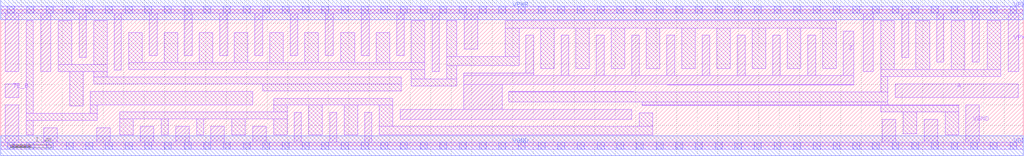
<source format=lef>
# Copyright 2020 The SkyWater PDK Authors
#
# Licensed under the Apache License, Version 2.0 (the "License");
# you may not use this file except in compliance with the License.
# You may obtain a copy of the License at
#
#     https://www.apache.org/licenses/LICENSE-2.0
#
# Unless required by applicable law or agreed to in writing, software
# distributed under the License is distributed on an "AS IS" BASIS,
# WITHOUT WARRANTIES OR CONDITIONS OF ANY KIND, either express or implied.
# See the License for the specific language governing permissions and
# limitations under the License.
#
# SPDX-License-Identifier: Apache-2.0

VERSION 5.7 ;
  NAMESCASESENSITIVE ON ;
  NOWIREEXTENSIONATPIN ON ;
  DIVIDERCHAR "/" ;
  BUSBITCHARS "[]" ;
UNITS
  DATABASE MICRONS 200 ;
END UNITS
MACRO sky130_fd_sc_lp__busdriver2_20
  CLASS CORE ;
  SOURCE USER ;
  FOREIGN sky130_fd_sc_lp__busdriver2_20 ;
  ORIGIN  0.000000  0.000000 ;
  SIZE  24.96000 BY  3.330000 ;
  SYMMETRY X Y ;
  SITE unit ;
  PIN A
    ANTENNAGATEAREA  2.016000 ;
    USE SIGNAL ;
    PORT
      LAYER li1 ;
        RECT 21.830000 1.180000 24.835000 1.515000 ;
    END
  END A
  PIN TE_B
    ANTENNAGATEAREA  0.630000 ;
    USE SIGNAL ;
    PORT
      LAYER li1 ;
        RECT 0.115000 1.180000 0.445000 1.515000 ;
    END
  END TE_B
  PIN Z
    ANTENNADIFFAREA  5.250200 ;
    USE SIGNAL ;
    PORT
      LAYER li1 ;
        RECT  9.750000 0.645000 15.400000 0.895000 ;
        RECT 11.305000 0.895000 12.235000 1.505000 ;
        RECT 11.305000 1.505000 20.820000 1.725000 ;
        RECT 11.305000 1.725000 13.010000 1.780000 ;
        RECT 12.820000 1.780000 13.010000 2.715000 ;
        RECT 13.680000 1.725000 13.870000 2.715000 ;
        RECT 14.540000 1.725000 14.730000 2.715000 ;
        RECT 15.400000 1.725000 15.590000 2.715000 ;
        RECT 16.260000 1.725000 16.450000 2.715000 ;
        RECT 16.270000 1.495000 20.820000 1.505000 ;
        RECT 17.120000 1.725000 17.310000 2.715000 ;
        RECT 17.980000 1.725000 18.170000 2.715000 ;
        RECT 18.840000 1.725000 19.030000 2.715000 ;
        RECT 19.700000 1.725000 19.890000 2.715000 ;
        RECT 20.570000 1.725000 20.820000 2.805000 ;
    END
  END Z
  PIN VGND
    DIRECTION INOUT ;
    USE GROUND ;
    PORT
      LAYER li1 ;
        RECT  0.000000 -0.085000 24.960000 0.085000 ;
        RECT  0.115000  0.085000  0.445000 1.000000 ;
        RECT  1.055000  0.085000  1.385000 0.445000 ;
        RECT  2.340000  0.085000  2.670000 0.445000 ;
        RECT  3.410000  0.085000  3.740000 0.475000 ;
        RECT  4.270000  0.085000  4.600000 0.475000 ;
        RECT  5.130000  0.085000  5.460000 0.475000 ;
        RECT  6.150000  0.085000  6.480000 0.475000 ;
        RECT  7.170000  0.085000  7.340000 0.815000 ;
        RECT  8.030000  0.085000  8.200000 0.815000 ;
        RECT  8.890000  0.085000  9.060000 0.815000 ;
        RECT 21.520000  0.085000 21.850000 0.650000 ;
        RECT 22.540000  0.085000 22.870000 0.650000 ;
        RECT 23.560000  0.085000 23.890000 1.000000 ;
      LAYER mcon ;
        RECT  0.155000 -0.085000  0.325000 0.085000 ;
        RECT  0.635000 -0.085000  0.805000 0.085000 ;
        RECT  1.115000 -0.085000  1.285000 0.085000 ;
        RECT  1.595000 -0.085000  1.765000 0.085000 ;
        RECT  2.075000 -0.085000  2.245000 0.085000 ;
        RECT  2.555000 -0.085000  2.725000 0.085000 ;
        RECT  3.035000 -0.085000  3.205000 0.085000 ;
        RECT  3.515000 -0.085000  3.685000 0.085000 ;
        RECT  3.995000 -0.085000  4.165000 0.085000 ;
        RECT  4.475000 -0.085000  4.645000 0.085000 ;
        RECT  4.955000 -0.085000  5.125000 0.085000 ;
        RECT  5.435000 -0.085000  5.605000 0.085000 ;
        RECT  5.915000 -0.085000  6.085000 0.085000 ;
        RECT  6.395000 -0.085000  6.565000 0.085000 ;
        RECT  6.875000 -0.085000  7.045000 0.085000 ;
        RECT  7.355000 -0.085000  7.525000 0.085000 ;
        RECT  7.835000 -0.085000  8.005000 0.085000 ;
        RECT  8.315000 -0.085000  8.485000 0.085000 ;
        RECT  8.795000 -0.085000  8.965000 0.085000 ;
        RECT  9.275000 -0.085000  9.445000 0.085000 ;
        RECT  9.755000 -0.085000  9.925000 0.085000 ;
        RECT 10.235000 -0.085000 10.405000 0.085000 ;
        RECT 10.715000 -0.085000 10.885000 0.085000 ;
        RECT 11.195000 -0.085000 11.365000 0.085000 ;
        RECT 11.675000 -0.085000 11.845000 0.085000 ;
        RECT 12.155000 -0.085000 12.325000 0.085000 ;
        RECT 12.635000 -0.085000 12.805000 0.085000 ;
        RECT 13.115000 -0.085000 13.285000 0.085000 ;
        RECT 13.595000 -0.085000 13.765000 0.085000 ;
        RECT 14.075000 -0.085000 14.245000 0.085000 ;
        RECT 14.555000 -0.085000 14.725000 0.085000 ;
        RECT 15.035000 -0.085000 15.205000 0.085000 ;
        RECT 15.515000 -0.085000 15.685000 0.085000 ;
        RECT 15.995000 -0.085000 16.165000 0.085000 ;
        RECT 16.475000 -0.085000 16.645000 0.085000 ;
        RECT 16.955000 -0.085000 17.125000 0.085000 ;
        RECT 17.435000 -0.085000 17.605000 0.085000 ;
        RECT 17.915000 -0.085000 18.085000 0.085000 ;
        RECT 18.395000 -0.085000 18.565000 0.085000 ;
        RECT 18.875000 -0.085000 19.045000 0.085000 ;
        RECT 19.355000 -0.085000 19.525000 0.085000 ;
        RECT 19.835000 -0.085000 20.005000 0.085000 ;
        RECT 20.315000 -0.085000 20.485000 0.085000 ;
        RECT 20.795000 -0.085000 20.965000 0.085000 ;
        RECT 21.275000 -0.085000 21.445000 0.085000 ;
        RECT 21.755000 -0.085000 21.925000 0.085000 ;
        RECT 22.235000 -0.085000 22.405000 0.085000 ;
        RECT 22.715000 -0.085000 22.885000 0.085000 ;
        RECT 23.195000 -0.085000 23.365000 0.085000 ;
        RECT 23.675000 -0.085000 23.845000 0.085000 ;
        RECT 24.155000 -0.085000 24.325000 0.085000 ;
        RECT 24.635000 -0.085000 24.805000 0.085000 ;
      LAYER met1 ;
        RECT 0.000000 -0.245000 24.960000 0.245000 ;
    END
  END VGND
  PIN VPWR
    DIRECTION INOUT ;
    USE POWER ;
    PORT
      LAYER li1 ;
        RECT  0.000000 3.245000 24.960000 3.415000 ;
        RECT  0.115000 1.815000  0.445000 3.245000 ;
        RECT  0.975000 1.815000  1.225000 3.245000 ;
        RECT  1.915000 2.165000  2.085000 3.245000 ;
        RECT  2.775000 1.855000  2.945000 3.245000 ;
        RECT  3.625000 2.205000  3.815000 3.245000 ;
        RECT  4.485000 2.205000  4.675000 3.245000 ;
        RECT  5.345000 2.205000  5.535000 3.245000 ;
        RECT  6.205000 2.205000  6.395000 3.245000 ;
        RECT  7.065000 2.205000  7.255000 3.245000 ;
        RECT  7.925000 2.205000  8.115000 3.245000 ;
        RECT  8.805000 2.205000  8.995000 3.245000 ;
        RECT  9.665000 2.205000  9.855000 3.245000 ;
        RECT 10.535000 1.815000 10.705000 3.245000 ;
        RECT 11.315000 2.365000 11.645000 3.245000 ;
        RECT 21.050000 1.815000 21.300000 3.245000 ;
        RECT 21.990000 2.165000 22.160000 3.245000 ;
        RECT 22.850000 2.045000 23.020000 3.245000 ;
        RECT 23.710000 2.045000 23.880000 3.245000 ;
        RECT 24.595000 1.815000 24.845000 3.245000 ;
      LAYER mcon ;
        RECT  0.155000 3.245000  0.325000 3.415000 ;
        RECT  0.635000 3.245000  0.805000 3.415000 ;
        RECT  1.115000 3.245000  1.285000 3.415000 ;
        RECT  1.595000 3.245000  1.765000 3.415000 ;
        RECT  2.075000 3.245000  2.245000 3.415000 ;
        RECT  2.555000 3.245000  2.725000 3.415000 ;
        RECT  3.035000 3.245000  3.205000 3.415000 ;
        RECT  3.515000 3.245000  3.685000 3.415000 ;
        RECT  3.995000 3.245000  4.165000 3.415000 ;
        RECT  4.475000 3.245000  4.645000 3.415000 ;
        RECT  4.955000 3.245000  5.125000 3.415000 ;
        RECT  5.435000 3.245000  5.605000 3.415000 ;
        RECT  5.915000 3.245000  6.085000 3.415000 ;
        RECT  6.395000 3.245000  6.565000 3.415000 ;
        RECT  6.875000 3.245000  7.045000 3.415000 ;
        RECT  7.355000 3.245000  7.525000 3.415000 ;
        RECT  7.835000 3.245000  8.005000 3.415000 ;
        RECT  8.315000 3.245000  8.485000 3.415000 ;
        RECT  8.795000 3.245000  8.965000 3.415000 ;
        RECT  9.275000 3.245000  9.445000 3.415000 ;
        RECT  9.755000 3.245000  9.925000 3.415000 ;
        RECT 10.235000 3.245000 10.405000 3.415000 ;
        RECT 10.715000 3.245000 10.885000 3.415000 ;
        RECT 11.195000 3.245000 11.365000 3.415000 ;
        RECT 11.675000 3.245000 11.845000 3.415000 ;
        RECT 12.155000 3.245000 12.325000 3.415000 ;
        RECT 12.635000 3.245000 12.805000 3.415000 ;
        RECT 13.115000 3.245000 13.285000 3.415000 ;
        RECT 13.595000 3.245000 13.765000 3.415000 ;
        RECT 14.075000 3.245000 14.245000 3.415000 ;
        RECT 14.555000 3.245000 14.725000 3.415000 ;
        RECT 15.035000 3.245000 15.205000 3.415000 ;
        RECT 15.515000 3.245000 15.685000 3.415000 ;
        RECT 15.995000 3.245000 16.165000 3.415000 ;
        RECT 16.475000 3.245000 16.645000 3.415000 ;
        RECT 16.955000 3.245000 17.125000 3.415000 ;
        RECT 17.435000 3.245000 17.605000 3.415000 ;
        RECT 17.915000 3.245000 18.085000 3.415000 ;
        RECT 18.395000 3.245000 18.565000 3.415000 ;
        RECT 18.875000 3.245000 19.045000 3.415000 ;
        RECT 19.355000 3.245000 19.525000 3.415000 ;
        RECT 19.835000 3.245000 20.005000 3.415000 ;
        RECT 20.315000 3.245000 20.485000 3.415000 ;
        RECT 20.795000 3.245000 20.965000 3.415000 ;
        RECT 21.275000 3.245000 21.445000 3.415000 ;
        RECT 21.755000 3.245000 21.925000 3.415000 ;
        RECT 22.235000 3.245000 22.405000 3.415000 ;
        RECT 22.715000 3.245000 22.885000 3.415000 ;
        RECT 23.195000 3.245000 23.365000 3.415000 ;
        RECT 23.675000 3.245000 23.845000 3.415000 ;
        RECT 24.155000 3.245000 24.325000 3.415000 ;
        RECT 24.635000 3.245000 24.805000 3.415000 ;
      LAYER met1 ;
        RECT 0.000000 3.085000 24.960000 3.575000 ;
    END
  END VPWR
  OBS
    LAYER li1 ;
      RECT  0.625000 0.265000  0.795000 0.625000 ;
      RECT  0.625000 0.625000  2.360000 0.795000 ;
      RECT  0.625000 0.795000  0.795000 3.065000 ;
      RECT  1.405000 1.815000  2.595000 1.985000 ;
      RECT  1.405000 1.985000  1.735000 3.065000 ;
      RECT  1.680000 0.975000  2.010000 1.815000 ;
      RECT  2.190000 0.795000  2.360000 1.005000 ;
      RECT  2.190000 1.005000  6.150000 1.335000 ;
      RECT  2.265000 1.515000  9.780000 1.685000 ;
      RECT  2.265000 1.685000  2.595000 1.815000 ;
      RECT  2.265000 1.985000  2.595000 3.065000 ;
      RECT  2.900000 0.265000  3.230000 0.655000 ;
      RECT  2.900000 0.655000  6.990000 0.825000 ;
      RECT  3.125000 1.865000 10.355000 2.035000 ;
      RECT  3.125000 2.035000  3.455000 2.765000 ;
      RECT  3.920000 0.265000  4.090000 0.655000 ;
      RECT  3.985000 2.035000  4.315000 2.765000 ;
      RECT  4.780000 0.265000  4.950000 0.655000 ;
      RECT  4.845000 2.035000  5.175000 2.765000 ;
      RECT  5.640000 0.265000  5.970000 0.655000 ;
      RECT  5.705000 2.035000  6.035000 2.765000 ;
      RECT  6.390000 1.345000  9.780000 1.515000 ;
      RECT  6.565000 2.035000  6.895000 2.765000 ;
      RECT  6.660000 0.265000  6.990000 0.655000 ;
      RECT  6.660000 0.825000  6.990000 0.995000 ;
      RECT  6.660000 0.995000  9.570000 1.165000 ;
      RECT  7.425000 2.035000  7.755000 2.765000 ;
      RECT  7.520000 0.265000  7.850000 0.995000 ;
      RECT  8.305000 2.035000  8.635000 2.765000 ;
      RECT  8.380000 0.265000  8.710000 0.995000 ;
      RECT  9.165000 2.035000  9.495000 2.765000 ;
      RECT  9.240000 0.265000 15.910000 0.475000 ;
      RECT  9.240000 0.475000  9.570000 0.995000 ;
      RECT 10.025000 1.465000 11.135000 1.635000 ;
      RECT 10.025000 1.635000 10.355000 1.865000 ;
      RECT 10.025000 2.035000 10.355000 3.065000 ;
      RECT 10.885000 1.635000 11.135000 1.960000 ;
      RECT 10.885000 1.960000 12.650000 2.185000 ;
      RECT 10.885000 2.185000 11.135000 3.065000 ;
      RECT 12.320000 2.185000 12.650000 2.885000 ;
      RECT 12.320000 2.885000 20.390000 3.065000 ;
      RECT 12.405000 1.075000 21.650000 1.315000 ;
      RECT 12.405000 1.315000 15.455000 1.325000 ;
      RECT 13.180000 1.895000 13.510000 2.885000 ;
      RECT 14.040000 1.895000 14.370000 2.885000 ;
      RECT 14.900000 1.895000 15.230000 2.885000 ;
      RECT 15.580000 0.475000 15.910000 0.805000 ;
      RECT 15.660000 0.985000 23.380000 1.000000 ;
      RECT 15.660000 1.000000 21.650000 1.075000 ;
      RECT 15.760000 1.895000 16.090000 2.885000 ;
      RECT 16.620000 1.895000 16.950000 2.885000 ;
      RECT 17.480000 1.895000 17.810000 2.885000 ;
      RECT 18.340000 1.895000 18.670000 2.885000 ;
      RECT 19.200000 1.895000 19.530000 2.885000 ;
      RECT 20.060000 1.895000 20.390000 2.885000 ;
      RECT 21.480000 0.830000 23.380000 0.985000 ;
      RECT 21.480000 1.315000 21.650000 1.695000 ;
      RECT 21.480000 1.695000 24.415000 1.865000 ;
      RECT 21.480000 1.865000 21.810000 3.065000 ;
      RECT 22.030000 0.295000 22.360000 0.830000 ;
      RECT 22.340000 1.865000 22.670000 3.065000 ;
      RECT 23.050000 0.265000 23.380000 0.830000 ;
      RECT 23.200000 1.865000 23.530000 3.065000 ;
      RECT 24.085000 1.865000 24.415000 3.065000 ;
  END
END sky130_fd_sc_lp__busdriver2_20

</source>
